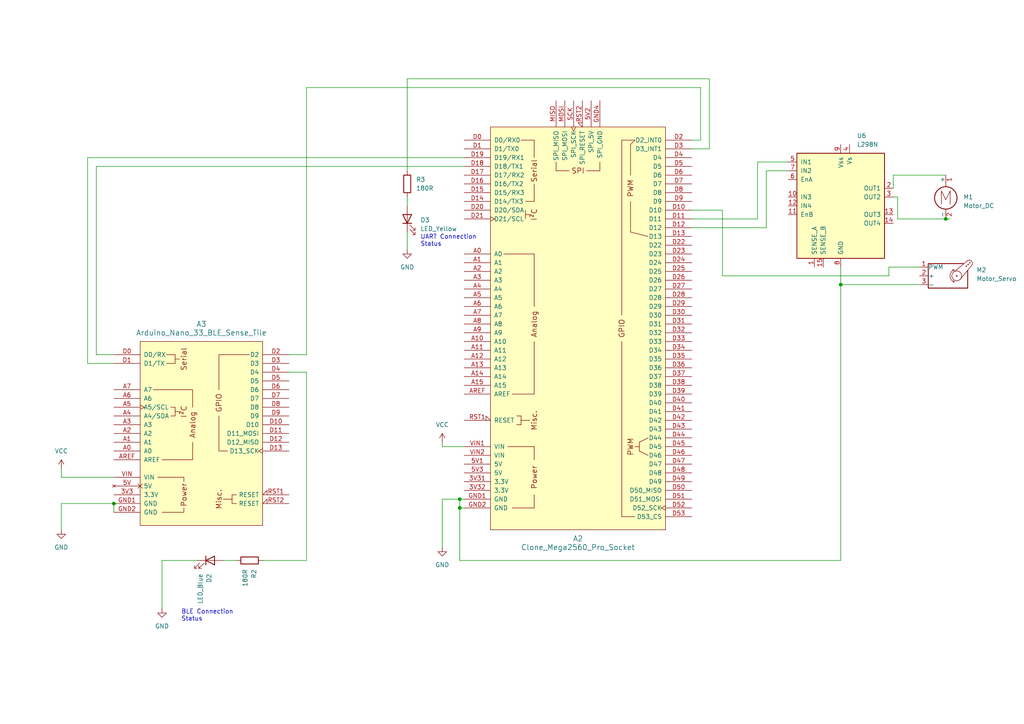
<source format=kicad_sch>
(kicad_sch (version 20250114) (generator "eeschema") (generator_version "9.0")
  (paper "A4")
  (lib_symbols
    (symbol "Device:LED" (pin_numbers (hide yes)) (pin_names (offset 1.016) (hide yes))
      (property "Reference" "D" (at 0 2.54 0))
      (property "Value" "LED" (at 0 -2.54 0))
      (symbol "LED_0_1"
        (polyline (pts (xy -3.048 -0.762) (xy -4.572 -2.286) (xy -3.81 -2.286) (xy -4.572 -2.286) (xy -4.572 -1.524)))
        (polyline (pts (xy -1.778 -0.762) (xy -3.302 -2.286) (xy -2.54 -2.286) (xy -3.302 -2.286) (xy -3.302 -1.524)))
        (polyline (pts (xy -1.27 0) (xy 1.27 0)))
        (polyline (pts (xy -1.27 -1.27) (xy -1.27 1.27)) (stroke (width 0.254)))
        (polyline (pts (xy 1.27 -1.27) (xy 1.27 1.27) (xy -1.27 0) (xy 1.27 -1.27)) (stroke (width 0.254)))
      )
      (symbol "LED_1_1"
        (pin passive line (at -3.81 0 0) (length 2.54) (name "K") (number "1"))
        (pin passive line (at 3.81 0 180) (length 2.54) (name "A") (number "2"))
      )
    )
    (symbol "Device:R" (pin_numbers (hide yes)) (pin_names (offset 0))
      (property "Reference" "R" (at 2.032 0 90))
      (property "Value" "R" (at 0 0 90))
      (symbol "R_0_1"
        (rectangle (start -1.016 -2.54) (end 1.016 2.54) (stroke (width 0.254)))
      )
      (symbol "R_1_1"
        (pin passive line (at 0 3.81 270) (length 1.27) (name "~") (number "1"))
        (pin passive line (at 0 -3.81 90) (length 1.27) (name "~") (number "2"))
      )
    )
    (symbol "Driver_Motor:L298N" (pin_names (offset 1.016))
      (property "Reference" "U" (at -10.16 16.51 0))
      (property "Value" "L298N" (at 12.7 16.51 0))
      (symbol "L298N_0_1"
        (rectangle (start -12.7 15.24) (end 12.7 -15.24) (stroke (width 0.254)) (fill (type background)))
      )
      (symbol "L298N_1_1"
        (pin input line (at -15.24 12.7 0) (length 2.54) (name "IN1") (number "5"))
        (pin input line (at -15.24 10.16 0) (length 2.54) (name "IN2") (number "7"))
        (pin input line (at -15.24 7.62 0) (length 2.54) (name "EnA") (number "6"))
        (pin input line (at -15.24 2.54 0) (length 2.54) (name "IN3") (number "10"))
        (pin input line (at -15.24 0 0) (length 2.54) (name "IN4") (number "12"))
        (pin input line (at -15.24 -2.54 0) (length 2.54) (name "EnB") (number "11"))
        (pin power_in line (at -7.62 -17.78 90) (length 2.54) (name "SENSE_A") (number "1"))
        (pin power_in line (at -5.08 -17.78 90) (length 2.54) (name "SENSE_B") (number "15"))
        (pin power_in line (at 0 17.78 270) (length 2.54) (name "Vss") (number "9"))
        (pin power_in line (at 0 -17.78 90) (length 2.54) (name "GND") (number "8"))
        (pin power_in line (at 2.54 17.78 270) (length 2.54) (name "Vs") (number "4"))
        (pin output line (at 15.24 5.08 180) (length 2.54) (name "OUT1") (number "2"))
        (pin output line (at 15.24 2.54 180) (length 2.54) (name "OUT2") (number "3"))
        (pin output line (at 15.24 -2.54 180) (length 2.54) (name "OUT3") (number "13"))
        (pin output line (at 15.24 -5.08 180) (length 2.54) (name "OUT4") (number "14"))
      )
    )
    (symbol "Motor:Motor_DC" (pin_names (offset 0))
      (property "Reference" "M" (at 2.54 2.54 0))
      (property "Value" "Motor_DC" (at 2.54 -5.08 0))
      (symbol "Motor_DC_0_0"
        (polyline (pts (xy -1.27 -3.302) (xy -1.27 0.508) (xy 0 -2.032) (xy 1.27 0.508) (xy 1.27 -3.302)))
      )
      (symbol "Motor_DC_0_1"
        (polyline (pts (xy 0 2.032) (xy 0 2.54)))
        (polyline (pts (xy 0 1.7272) (xy 0 2.0828)))
        (circle (center 0 -1.524) (radius 3.2512) (stroke (width 0.254)))
        (polyline (pts (xy 0 -4.7752) (xy 0 -5.1816)))
        (polyline (pts (xy 0 -7.62) (xy 0 -7.112)))
      )
      (symbol "Motor_DC_1_1"
        (pin passive line (at 0 5.08 270) (length 2.54) (name "+") (number "1"))
        (pin passive line (at 0 -7.62 90) (length 2.54) (name "-") (number "2"))
      )
    )
    (symbol "Motor:Motor_Servo" (pin_names (offset 0.0254))
      (property "Reference" "M" (at -5.08 4.445 0))
      (property "Value" "Motor_Servo" (at -5.08 -4.064 0))
      (symbol "Motor_Servo_0_1"
        (polyline (pts (xy 2.413 1.778) (xy 1.905 1.778)))
        (polyline (pts (xy 2.413 1.778) (xy 2.286 1.397)))
        (polyline (pts (xy 2.413 -1.778) (xy 2.032 -1.778)))
        (polyline (pts (xy 2.413 -1.778) (xy 2.286 -1.397)))
        (arc (start 2.413 -1.778) (mid 1.2406 0) (end 2.413 1.778))
        (circle (center 3.175 0) (radius 0.1778))
        (circle (center 3.175 0) (radius 1.4224))
        (polyline (pts (xy 5.08 3.556) (xy -5.08 3.556) (xy -5.08 -3.556) (xy 6.35 -3.556) (xy 6.35 1.524)) (stroke (width 0.254)))
        (circle (center 5.969 2.794) (radius 0.127))
        (polyline (pts (xy 6.35 4.445) (xy 2.54 1.27)))
        (circle (center 6.477 3.302) (radius 0.127))
        (arc (start 6.35 4.445) (mid 7.4487 4.2737) (end 7.62 3.175))
        (circle (center 6.985 3.81) (radius 0.127))
        (polyline (pts (xy 7.62 3.175) (xy 4.191 -1.016)))
      )
      (symbol "Motor_Servo_1_1"
        (pin passive line (at -7.62 2.54 0) (length 2.54) (name "PWM") (number "1"))
        (pin passive line (at -7.62 0 0) (length 2.54) (name "+") (number "2"))
        (pin passive line (at -7.62 -2.54 0) (length 2.54) (name "-") (number "3"))
      )
    )
    (symbol "arduino-library:Arduino_Nano_33_BLE_Sense_Tile" (pin_names (offset 1.016))
      (property "Reference" "A" (at 0 33.02 0))
      (property "Value" "Arduino_Nano_33_BLE_Sense_Tile" (at 0 29.21 0))
      (symbol "Arduino_Nano_33_BLE_Sense_Tile_0_0"
        (rectangle (start -17.78 26.67) (end 17.78 -26.67) (fill (type background)))
        (polyline (pts (xy -11.43 -22.86) (xy -5.08 -22.86) (xy -5.08 -21.59)))
        (polyline (pts (xy -10.16 22.86) (xy -7.62 22.86) (xy -7.62 20.32) (xy -10.16 20.32)))
        (polyline (pts (xy -8.89 7.62) (xy -7.62 7.62) (xy -7.62 5.08) (xy -8.89 5.08)))
        (polyline (pts (xy -7.62 21.59) (xy -6.35 21.59)))
        (polyline (pts (xy -7.62 6.35) (xy -6.35 6.35)))
        (polyline (pts (xy -5.08 -13.97) (xy -5.08 -12.7) (xy -12.7 -12.7)))
        (polyline (pts (xy 8.89 -19.05) (xy 6.35 -19.05)))
        (text "Serial" (at -5.08 21.59 900) (effects (font (size 1.524 1.524))))
        (text "I²C" (at -5.08 6.35 900) (effects (font (size 1.524 1.524))))
        (text "Power" (at -5.08 -17.78 900) (effects (font (size 1.524 1.524))))
        (text "Analog" (at -2.54 2.54 900) (effects (font (size 1.524 1.524))))
        (text "Misc." (at 5.08 -19.05 900) (effects (font (size 1.524 1.524))))
      )
      (symbol "Arduino_Nano_33_BLE_Sense_Tile_0_1"
        (polyline (pts (xy -13.97 12.7) (xy -2.54 12.7) (xy -2.54 7.62)))
        (polyline (pts (xy -11.43 -7.62) (xy -2.54 -7.62) (xy -2.54 -2.54)))
        (polyline (pts (xy 7.62 -5.08) (xy 5.08 -5.08) (xy 5.08 5.08)))
        (polyline (pts (xy 10.16 -17.78) (xy 8.89 -17.78) (xy 8.89 -20.32) (xy 10.16 -20.32)))
        (polyline (pts (xy 13.97 22.86) (xy 5.08 22.86) (xy 5.08 12.7)))
      )
      (symbol "Arduino_Nano_33_BLE_Sense_Tile_1_0"
        (text "GPIO" (at 5.08 8.89 900) (effects (font (size 1.524 1.524))))
      )
      (symbol "Arduino_Nano_33_BLE_Sense_Tile_1_1"
        (pin bidirectional line (at -25.4 22.86 0) (length 7.62) (name "D0/RX") (number "D0"))
        (pin bidirectional line (at -25.4 20.32 0) (length 7.62) (name "D1/TX") (number "D1"))
        (pin input line (at -25.4 12.7 0) (length 7.62) (name "A7") (number "A7"))
        (pin input line (at -25.4 10.16 0) (length 7.62) (name "A6") (number "A6"))
        (pin bidirectional clock (at -25.4 7.62 0) (length 7.62) (name "A5/SCL") (number "A5"))
        (pin bidirectional line (at -25.4 5.08 0) (length 7.62) (name "A4/SDA") (number "A4"))
        (pin bidirectional line (at -25.4 2.54 0) (length 7.62) (name "A3") (number "A3"))
        (pin bidirectional line (at -25.4 0 0) (length 7.62) (name "A2") (number "A2"))
        (pin bidirectional line (at -25.4 -2.54 0) (length 7.62) (name "A1") (number "A1"))
        (pin bidirectional line (at -25.4 -5.08 0) (length 7.62) (name "A0") (number "A0"))
        (pin input line (at -25.4 -7.62 0) (length 7.62) (name "AREF") (number "AREF"))
        (pin power_in line (at -25.4 -12.7 0) (length 7.62) (name "VIN") (number "VIN"))
        (pin no_connect non_logic (at -25.4 -15.24 0) (length 7.62) (name "5V") (number "5V"))
        (pin power_in line (at -25.4 -17.78 0) (length 7.62) (name "3.3V") (number "3V3"))
        (pin power_in line (at -25.4 -20.32 0) (length 7.62) (name "GND") (number "GND1"))
        (pin power_in line (at -25.4 -22.86 0) (length 7.62) (name "GND") (number "GND2"))
        (pin bidirectional line (at 25.4 22.86 180) (length 7.62) (name "D2") (number "D2"))
        (pin bidirectional line (at 25.4 20.32 180) (length 7.62) (name "D3") (number "D3"))
        (pin bidirectional line (at 25.4 17.78 180) (length 7.62) (name "D4") (number "D4"))
        (pin bidirectional line (at 25.4 15.24 180) (length 7.62) (name "D5") (number "D5"))
        (pin bidirectional line (at 25.4 12.7 180) (length 7.62) (name "D6") (number "D6"))
        (pin bidirectional line (at 25.4 10.16 180) (length 7.62) (name "D7") (number "D7"))
        (pin bidirectional line (at 25.4 7.62 180) (length 7.62) (name "D8") (number "D8"))
        (pin bidirectional line (at 25.4 5.08 180) (length 7.62) (name "D9") (number "D9"))
        (pin bidirectional line (at 25.4 2.54 180) (length 7.62) (name "D10") (number "D10"))
        (pin bidirectional line (at 25.4 0 180) (length 7.62) (name "D11_MOSI") (number "D11"))
        (pin bidirectional line (at 25.4 -2.54 180) (length 7.62) (name "D12_MISO") (number "D12"))
        (pin bidirectional clock (at 25.4 -5.08 180) (length 7.62) (name "D13_SCK") (number "D13"))
        (pin open_collector input_low (at 25.4 -17.78 180) (length 7.62) (name "RESET") (number "RST1"))
        (pin open_collector input_low (at 25.4 -20.32 180) (length 7.62) (name "RESET") (number "RST2"))
      )
    )
    (symbol "arduino-library:Clone_Mega2560_Pro_Socket" (pin_names (offset 1.016))
      (property "Reference" "A" (at 0 -62.23 0))
      (property "Value" "Clone_Mega2560_Pro_Socket" (at 0 -66.04 0))
      (symbol "Clone_Mega2560_Pro_Socket_0_0"
        (rectangle (start -25.4 -58.42) (end 25.4 58.42) (fill (type background)))
        (polyline (pts (xy -21.59 21.59) (xy -12.7 21.59)))
        (rectangle (start -20.32 -34.29) (end -12.7 -34.29))
        (rectangle (start -19.05 -19.05) (end -12.7 -19.05))
        (rectangle (start -19.05 -52.07) (end -12.7 -52.07))
        (rectangle (start -17.78 -25.4) (end -16.51 -25.4))
        (rectangle (start -17.78 -27.94) (end -16.51 -27.94))
        (rectangle (start -16.51 54.61) (end -12.7 54.61))
        (rectangle (start -16.51 -25.4) (end -16.51 -27.94))
        (rectangle (start -16.51 -26.67) (end -13.97 -26.67))
        (rectangle (start -15.24 36.83) (end -12.7 36.83))
        (rectangle (start -15.24 34.29) (end -15.24 31.75))
        (rectangle (start -15.24 33.02) (end -13.97 33.02))
        (rectangle (start -12.7 49.53) (end -12.7 54.61))
        (rectangle (start -12.7 41.91) (end -12.7 36.83))
        (polyline (pts (xy -12.7 6.35) (xy -12.7 21.59)))
        (polyline (pts (xy -12.7 -19.05) (xy -12.7 -3.81)))
        (rectangle (start -12.7 -34.29) (end -12.7 -38.1))
        (rectangle (start -12.7 -48.26) (end -12.7 -52.07))
        (rectangle (start -6.35 48.26) (end -6.35 45.72))
        (rectangle (start -2.54 45.72) (end -6.35 45.72))
        (rectangle (start 6.35 48.26) (end 6.35 45.72))
        (rectangle (start 6.35 45.72) (end 2.54 45.72))
        (polyline (pts (xy 12.7 54.61) (xy 16.51 54.61)))
        (polyline (pts (xy 12.7 -54.61) (xy 16.51 -54.61)))
        (polyline (pts (xy 15.24 44.45) (xy 15.24 53.34) (xy 16.51 54.61)))
        (polyline (pts (xy 15.24 36.83) (xy 15.24 27.94) (xy 20.32 26.67)))
        (polyline (pts (xy 17.78 -34.29) (xy 16.51 -34.29)))
        (polyline (pts (xy 20.32 -31.75) (xy 17.78 -33.02) (xy 17.78 -35.56) (xy 20.32 -36.83)))
        (text "Serial" (at -12.7 45.72 900) (effects (font (size 1.524 1.524))))
        (text "I²C" (at -12.7 33.02 900) (effects (font (size 1.524 1.524))))
        (text "Analog" (at -12.7 1.27 900) (effects (font (size 1.524 1.524))))
        (text "Misc." (at -12.7 -26.67 900) (effects (font (size 1.524 1.524))))
        (text "Power" (at -12.7 -43.18 900) (effects (font (size 1.524 1.524))))
        (text "SPI" (at 0 45.72 0) (effects (font (size 1.524 1.524))))
        (text "PWM" (at 15.24 40.64 900) (effects (font (size 1.524 1.524))))
        (text "PWM" (at 15.24 -34.29 900) (effects (font (size 1.524 1.524))))
      )
      (symbol "Clone_Mega2560_Pro_Socket_1_0"
        (rectangle (start 12.7 54.61) (end 12.7 3.81))
        (rectangle (start 12.7 -54.61) (end 12.7 -3.81))
        (text "GPIO" (at 12.7 0 900) (effects (font (size 1.524 1.524))))
      )
      (symbol "Clone_Mega2560_Pro_Socket_1_1"
        (pin bidirectional line (at -33.02 54.61 0) (length 7.62) (name "D0/RX0") (number "D0"))
        (pin bidirectional line (at -33.02 52.07 0) (length 7.62) (name "D1/TX0") (number "D1"))
        (pin bidirectional line (at -33.02 49.53 0) (length 7.62) (name "D19/RX1") (number "D19"))
        (pin bidirectional line (at -33.02 46.99 0) (length 7.62) (name "D18/TX1") (number "D18"))
        (pin bidirectional line (at -33.02 44.45 0) (length 7.62) (name "D17/RX2") (number "D17"))
        (pin bidirectional line (at -33.02 41.91 0) (length 7.62) (name "D16/TX2") (number "D16"))
        (pin bidirectional line (at -33.02 39.37 0) (length 7.62) (name "D15/RX3") (number "D15"))
        (pin bidirectional line (at -33.02 36.83 0) (length 7.62) (name "D14/TX3") (number "D14"))
        (pin bidirectional line (at -33.02 34.29 0) (length 7.62) (name "D20/SDA") (number "D20"))
        (pin bidirectional clock (at -33.02 31.75 0) (length 7.62) (name "D21/SCL") (number "D21"))
        (pin bidirectional line (at -33.02 21.59 0) (length 7.62) (name "A0") (number "A0"))
        (pin bidirectional line (at -33.02 19.05 0) (length 7.62) (name "A1") (number "A1"))
        (pin bidirectional line (at -33.02 16.51 0) (length 7.62) (name "A2") (number "A2"))
        (pin bidirectional line (at -33.02 13.97 0) (length 7.62) (name "A3") (number "A3"))
        (pin bidirectional line (at -33.02 11.43 0) (length 7.62) (name "A4") (number "A4"))
        (pin bidirectional line (at -33.02 8.89 0) (length 7.62) (name "A5") (number "A5"))
        (pin bidirectional line (at -33.02 6.35 0) (length 7.62) (name "A6") (number "A6"))
        (pin bidirectional line (at -33.02 3.81 0) (length 7.62) (name "A7") (number "A7"))
        (pin bidirectional line (at -33.02 1.27 0) (length 7.62) (name "A8") (number "A8"))
        (pin bidirectional line (at -33.02 -1.27 0) (length 7.62) (name "A9") (number "A9"))
        (pin bidirectional line (at -33.02 -3.81 0) (length 7.62) (name "A10") (number "A10"))
        (pin bidirectional line (at -33.02 -6.35 0) (length 7.62) (name "A11") (number "A11"))
        (pin bidirectional line (at -33.02 -8.89 0) (length 7.62) (name "A12") (number "A12"))
        (pin bidirectional line (at -33.02 -11.43 0) (length 7.62) (name "A13") (number "A13"))
        (pin bidirectional line (at -33.02 -13.97 0) (length 7.62) (name "A14") (number "A14"))
        (pin bidirectional line (at -33.02 -16.51 0) (length 7.62) (name "A15") (number "A15"))
        (pin input line (at -33.02 -19.05 0) (length 7.62) (name "AREF") (number "AREF"))
        (pin open_collector input_low (at -33.02 -26.67 0) (length 7.62) (name "RESET") (number "RST1"))
        (pin power_in line (at -33.02 -34.29 0) (length 7.62) (name "VIN") (number "VIN1"))
        (pin power_in line (at -33.02 -36.83 0) (length 7.62) (name "VIN") (number "VIN2"))
        (pin power_in line (at -33.02 -39.37 0) (length 7.62) (name "5V") (number "5V1"))
        (pin power_in line (at -33.02 -41.91 0) (length 7.62) (name "5V") (number "5V3"))
        (pin power_out line (at -33.02 -44.45 0) (length 7.62) (name "3.3V") (number "3V31"))
        (pin power_out line (at -33.02 -46.99 0) (length 7.62) (name "3.3V") (number "3V32"))
        (pin power_in line (at -33.02 -49.53 0) (length 7.62) (name "GND") (number "GND1"))
        (pin power_in line (at -33.02 -52.07 0) (length 7.62) (name "GND") (number "GND2"))
        (pin input line (at -6.35 66.04 270) (length 7.62) (name "SPI_MISO") (number "MISO"))
        (pin output line (at -3.81 66.04 270) (length 7.62) (name "SPI_MOSI") (number "MOSI"))
        (pin output clock (at -1.27 66.04 270) (length 7.62) (name "SPI_SCK") (number "SCK"))
        (pin open_collector input_low (at 1.27 66.04 270) (length 7.62) (name "SPI_RESET") (number "RST2"))
        (pin power_in line (at 3.81 66.04 270) (length 7.62) (name "SPI_5V") (number "5V2"))
        (pin power_in line (at 6.35 66.04 270) (length 7.62) (name "SPI_GND") (number "GND4"))
        (pin bidirectional line (at 33.02 54.61 180) (length 7.62) (name "D2_INT0") (number "D2"))
        (pin bidirectional line (at 33.02 52.07 180) (length 7.62) (name "D3_INT1") (number "D3"))
        (pin bidirectional line (at 33.02 49.53 180) (length 7.62) (name "D4") (number "D4"))
        (pin bidirectional line (at 33.02 46.99 180) (length 7.62) (name "D5") (number "D5"))
        (pin bidirectional line (at 33.02 44.45 180) (length 7.62) (name "D6") (number "D6"))
        (pin bidirectional line (at 33.02 41.91 180) (length 7.62) (name "D7") (number "D7"))
        (pin bidirectional line (at 33.02 39.37 180) (length 7.62) (name "D8") (number "D8"))
        (pin bidirectional line (at 33.02 36.83 180) (length 7.62) (name "D9") (number "D9"))
        (pin bidirectional line (at 33.02 34.29 180) (length 7.62) (name "D10") (number "D10"))
        (pin bidirectional line (at 33.02 31.75 180) (length 7.62) (name "D11") (number "D11"))
        (pin bidirectional line (at 33.02 29.21 180) (length 7.62) (name "D12") (number "D12"))
        (pin bidirectional line (at 33.02 26.67 180) (length 7.62) (name "D13") (number "D13"))
        (pin bidirectional line (at 33.02 24.13 180) (length 7.62) (name "D22") (number "D22"))
        (pin bidirectional line (at 33.02 21.59 180) (length 7.62) (name "D23") (number "D23"))
        (pin bidirectional line (at 33.02 19.05 180) (length 7.62) (name "D24") (number "D24"))
        (pin bidirectional line (at 33.02 16.51 180) (length 7.62) (name "D25") (number "D25"))
        (pin bidirectional line (at 33.02 13.97 180) (length 7.62) (name "D26") (number "D26"))
        (pin bidirectional line (at 33.02 11.43 180) (length 7.62) (name "D27") (number "D27"))
        (pin bidirectional line (at 33.02 8.89 180) (length 7.62) (name "D28") (number "D28"))
        (pin bidirectional line (at 33.02 6.35 180) (length 7.62) (name "D29") (number "D29"))
        (pin bidirectional line (at 33.02 3.81 180) (length 7.62) (name "D30") (number "D30"))
        (pin bidirectional line (at 33.02 1.27 180) (length 7.62) (name "D31") (number "D31"))
        (pin bidirectional line (at 33.02 -1.27 180) (length 7.62) (name "D32") (number "D32"))
        (pin bidirectional line (at 33.02 -3.81 180) (length 7.62) (name "D33") (number "D33"))
        (pin bidirectional line (at 33.02 -6.35 180) (length 7.62) (name "D34") (number "D34"))
        (pin bidirectional line (at 33.02 -8.89 180) (length 7.62) (name "D35") (number "D35"))
        (pin bidirectional line (at 33.02 -11.43 180) (length 7.62) (name "D36") (number "D36"))
        (pin bidirectional line (at 33.02 -13.97 180) (length 7.62) (name "D37") (number "D37"))
        (pin bidirectional line (at 33.02 -16.51 180) (length 7.62) (name "D38") (number "D38"))
        (pin bidirectional line (at 33.02 -19.05 180) (length 7.62) (name "D39") (number "D39"))
        (pin bidirectional line (at 33.02 -21.59 180) (length 7.62) (name "D40") (number "D40"))
        (pin bidirectional line (at 33.02 -24.13 180) (length 7.62) (name "D41") (number "D41"))
        (pin bidirectional line (at 33.02 -26.67 180) (length 7.62) (name "D42") (number "D42"))
        (pin bidirectional line (at 33.02 -29.21 180) (length 7.62) (name "D43") (number "D43"))
        (pin bidirectional line (at 33.02 -31.75 180) (length 7.62) (name "D44") (number "D44"))
        (pin bidirectional line (at 33.02 -34.29 180) (length 7.62) (name "D45") (number "D45"))
        (pin bidirectional line (at 33.02 -36.83 180) (length 7.62) (name "D46") (number "D46"))
        (pin bidirectional line (at 33.02 -39.37 180) (length 7.62) (name "D47") (number "D47"))
        (pin bidirectional line (at 33.02 -41.91 180) (length 7.62) (name "D48") (number "D48"))
        (pin bidirectional line (at 33.02 -44.45 180) (length 7.62) (name "D49") (number "D49"))
        (pin bidirectional line (at 33.02 -46.99 180) (length 7.62) (name "D50_MISO") (number "D50"))
        (pin bidirectional line (at 33.02 -49.53 180) (length 7.62) (name "D51_MOSI") (number "D51"))
        (pin bidirectional clock (at 33.02 -52.07 180) (length 7.62) (name "D52_SCK") (number "D52"))
        (pin bidirectional line (at 33.02 -54.61 180) (length 7.62) (name "D53_CS") (number "D53"))
      )
    )
    (symbol "power:GND" (power) (pin_numbers (hide yes)) (pin_names (offset 0) (hide yes))
      (property "Value" "GND" (at 0 -3.81 0))
      (symbol "GND_0_1"
        (polyline (pts (xy 0 0) (xy 0 -1.27) (xy 1.27 -1.27) (xy 0 -2.54) (xy -1.27 -1.27) (xy 0 -1.27)))
      )
      (symbol "GND_1_1"
        (pin power_in line (at 0 0 270) (length 0) (name "~") (number "1"))
      )
    )
    (symbol "power:VCC" (power) (pin_numbers (hide yes)) (pin_names (offset 0) (hide yes))
      (property "Value" "VCC" (at 0 3.556 0))
      (symbol "VCC_0_1"
        (polyline (pts (xy -0.762 1.27) (xy 0 2.54)))
        (polyline (pts (xy 0 2.54) (xy 0.762 1.27)))
        (polyline (pts (xy 0 0) (xy 0 2.54)))
      )
      (symbol "VCC_1_1"
        (pin power_in line (at 0 0 90) (length 0) (name "~") (number "1"))
      )
    )
  )
  (text "BLE Connection\nStatus" (at 52.578 178.562 0) (effects (font (size 1.27 1.27)) (justify left)))
  (text "UART Connection\nStatus" (at 121.92 69.85 0) (effects (font (size 1.27 1.27)) (justify left)))
  (junction (at 133.35 144.78))
  (junction (at 133.35 147.32))
  (junction (at 243.84 82.55))
  (junction (at 274.32 63.5))
  (junction (at 33.02 146.05))
  (wire (pts (xy 17.78 153.67) (xy 17.78 146.05)))
  (wire (pts (xy 88.9 162.56) (xy 88.9 107.95)))
  (wire (pts (xy 133.35 147.32) (xy 133.35 144.78)))
  (wire (pts (xy 205.74 43.18) (xy 200.66 43.18)))
  (wire (pts (xy 133.35 147.32) (xy 133.35 162.56)))
  (wire (pts (xy 128.27 144.78) (xy 128.27 158.75)))
  (wire (pts (xy 205.74 22.86) (xy 205.74 43.18)))
  (wire (pts (xy 33.02 102.87) (xy 27.94 102.87)))
  (wire (pts (xy 200.66 40.64) (xy 203.2 40.64)))
  (wire (pts (xy 128.27 144.78) (xy 133.35 144.78)))
  (wire (pts (xy 46.99 162.56) (xy 57.15 162.56)))
  (wire (pts (xy 275.59 63.5) (xy 274.32 63.5)))
  (wire (pts (xy 68.58 162.56) (xy 64.77 162.56)))
  (wire (pts (xy 209.55 80.01) (xy 209.55 60.96)))
  (wire (pts (xy 222.25 49.53) (xy 222.25 66.04)))
  (wire (pts (xy 203.2 25.4) (xy 88.9 25.4)))
  (wire (pts (xy 118.11 22.86) (xy 205.74 22.86)))
  (wire (pts (xy 243.84 82.55) (xy 243.84 162.56)))
  (wire (pts (xy 243.84 77.47) (xy 243.84 82.55)))
  (wire (pts (xy 200.66 63.5) (xy 219.71 63.5)))
  (wire (pts (xy 274.32 50.8) (xy 259.08 50.8)))
  (wire (pts (xy 27.94 48.26) (xy 134.62 48.26)))
  (wire (pts (xy 200.66 66.04) (xy 222.25 66.04)))
  (wire (pts (xy 17.78 146.05) (xy 33.02 146.05)))
  (wire (pts (xy 260.35 63.5) (xy 260.35 57.15)))
  (wire (pts (xy 17.78 135.89) (xy 17.78 138.43)))
  (wire (pts (xy 76.2 162.56) (xy 88.9 162.56)))
  (wire (pts (xy 243.84 162.56) (xy 133.35 162.56)))
  (wire (pts (xy 200.66 60.96) (xy 209.55 60.96)))
  (wire (pts (xy 259.08 50.8) (xy 259.08 54.61)))
  (wire (pts (xy 134.62 147.32) (xy 133.35 147.32)))
  (wire (pts (xy 88.9 107.95) (xy 83.82 107.95)))
  (wire (pts (xy 228.6 49.53) (xy 222.25 49.53)))
  (wire (pts (xy 257.81 77.47) (xy 257.81 80.01)))
  (wire (pts (xy 88.9 25.4) (xy 88.9 102.87)))
  (wire (pts (xy 83.82 102.87) (xy 88.9 102.87)))
  (wire (pts (xy 219.71 46.99) (xy 228.6 46.99)))
  (wire (pts (xy 128.27 128.27) (xy 128.27 129.54)))
  (wire (pts (xy 118.11 67.31) (xy 118.11 72.39)))
  (wire (pts (xy 219.71 63.5) (xy 219.71 46.99)))
  (wire (pts (xy 25.4 45.72) (xy 25.4 105.41)))
  (wire (pts (xy 118.11 22.86) (xy 118.11 49.53)))
  (wire (pts (xy 118.11 57.15) (xy 118.11 59.69)))
  (wire (pts (xy 27.94 102.87) (xy 27.94 48.26)))
  (wire (pts (xy 203.2 40.64) (xy 203.2 25.4)))
  (wire (pts (xy 134.62 45.72) (xy 25.4 45.72)))
  (wire (pts (xy 25.4 105.41) (xy 33.02 105.41)))
  (wire (pts (xy 243.84 82.55) (xy 266.7 82.55)))
  (wire (pts (xy 46.99 176.53) (xy 46.99 162.56)))
  (wire (pts (xy 17.78 138.43) (xy 33.02 138.43)))
  (wire (pts (xy 266.7 77.47) (xy 257.81 77.47)))
  (wire (pts (xy 134.62 144.78) (xy 133.35 144.78)))
  (wire (pts (xy 33.02 146.05) (xy 33.02 148.59)))
  (wire (pts (xy 128.27 129.54) (xy 134.62 129.54)))
  (wire (pts (xy 260.35 57.15) (xy 259.08 57.15)))
  (wire (pts (xy 274.32 63.5) (xy 260.35 63.5)))
  (wire (pts (xy 257.81 80.01) (xy 209.55 80.01)))
  (symbol (lib_id "Device:LED") (at 118.11 63.5 90) (unit 1)
    (property "Reference" "D3" (at 121.92 63.8174 90) (effects (justify right)))
    (property "Value" "LED_Yellow" (at 121.92 66.3574 90) (effects (justify right)))
    (property "Description" "Light emitting diode" (effects (hide yes)))
    (property "Sim.Pins" "1=K 2=A" (effects (hide yes)))
  )
  (symbol (lib_id "power:GND") (at 46.99 176.53 0) (unit 1)
    (property "Reference" "#PWR014" (effects (hide yes)))
    (property "Value" "GND" (at 46.99 181.61 0))
    (property "Description" "Power symbol creates a global label with name \"GND\" , ground" (effects (hide yes)))
  )
  (symbol (lib_id "power:GND") (at 118.11 72.39 0) (unit 1)
    (property "Reference" "#PWR015" (effects (hide yes)))
    (property "Value" "GND" (at 118.11 77.47 0))
    (property "Description" "Power symbol creates a global label with name \"GND\" , ground" (effects (hide yes)))
  )
  (symbol (lib_id "arduino-library:Arduino_Nano_33_BLE_Sense_Tile") (at 58.42 125.73 0) (unit 1)
    (property "Reference" "A3" (at 58.42 93.98 0) (effects (font (size 1.524 1.524))))
    (property "Value" "Arduino_Nano_33_BLE_Sense_Tile" (at 58.42 96.52 0) (effects (font (size 1.524 1.524))))
    (property "Footprint" "PCM_arduino-library:Arduino_Nano_Every_Tile" (effects (hide yes)))
    (property "Datasheet" "https://docs.arduino.cc/hardware/nano-33-ble-sense" (effects (hide yes)))
    (property "Description" "Tile (SMD Pads) for Arduino Nano 33 BLE Sense [R1]" (effects (hide yes)))
  )
  (symbol (lib_id "Device:R") (at 118.11 53.34 0) (unit 1)
    (property "Reference" "R3" (at 120.65 52.0699 0) (effects (justify left)))
    (property "Value" "180R" (at 120.65 54.6099 0) (effects (justify left)))
    (property "Description" "Resistor" (effects (hide yes)))
  )
  (symbol (lib_id "arduino-library:Clone_Mega2560_Pro_Socket") (at 167.64 95.25 0) (unit 1)
    (property "Reference" "A2" (at 167.64 156.21 0) (effects (font (size 1.524 1.524))))
    (property "Value" "Clone_Mega2560_Pro_Socket" (at 167.64 158.75 0) (effects (font (size 1.524 1.524))))
    (property "Footprint" "PCM_arduino-library:Clone_Mega2560_Pro_Socket" (effects (hide yes)))
    (property "Datasheet" "https://www.pcboard.ca/mega-2560-pro" (effects (hide yes)))
    (property "Description" "Socket for Common Unofficial Mega2560 Pro Clone" (effects (hide yes)))
  )
  (symbol (lib_id "power:GND") (at 17.78 153.67 0) (unit 1)
    (property "Reference" "#PWR011" (effects (hide yes)))
    (property "Value" "GND" (at 17.78 158.75 0))
    (property "Description" "Power symbol creates a global label with name \"GND\" , ground" (effects (hide yes)))
  )
  (symbol (lib_id "power:GND") (at 128.27 158.75 0) (unit 1)
    (property "Reference" "#PWR010" (effects (hide yes)))
    (property "Value" "GND" (at 128.27 163.83 0))
    (property "Description" "Power symbol creates a global label with name \"GND\" , ground" (effects (hide yes)))
  )
  (symbol (lib_id "Device:LED") (at 60.96 162.56 0) (unit 1)
    (property "Reference" "D2" (at 60.6426 166.37 90) (effects (justify right)))
    (property "Value" "LED_Blue" (at 58.1026 166.37 90) (effects (justify right)))
    (property "Description" "Light emitting diode" (effects (hide yes)))
    (property "Sim.Pins" "1=K 2=A" (effects (hide yes)))
  )
  (symbol (lib_id "Motor:Motor_Servo") (at 274.32 80.01 0) (unit 1)
    (property "Reference" "M2" (at 283.21 78.3068 0) (effects (justify left)))
    (property "Value" "Motor_Servo" (at 283.21 80.8468 0) (effects (justify left)))
    (property "Datasheet" "http://forums.parallax.com/uploads/attachments/46831/74481.png" (effects (hide yes)))
    (property "Description" "Servo Motor (Futaba, HiTec, JR connector)" (effects (hide yes)))
  )
  (symbol (lib_id "Driver_Motor:L298N") (at 243.84 59.69 0) (unit 1)
    (property "Reference" "U6" (at 248.5233 39.37 0) (effects (justify left)))
    (property "Value" "L298N" (at 248.5233 41.91 0) (effects (justify left)))
    (property "Footprint" "Package_TO_SOT_THT:TO-220-15_P2.54x2.54mm_StaggerOdd_Lead4.58mm_Vertical" (effects (hide yes)))
    (property "Datasheet" "http://www.st.com/st-web-ui/static/active/en/resource/technical/document/datasheet/CD00000240.pdf" (effects (hide yes)))
    (property "Description" "Dual full bridge motor driver, up to 46V, 4A, Multiwatt15-V" (effects (hide yes)))
  )
  (symbol (lib_id "Motor:Motor_DC") (at 274.32 55.88 0) (unit 1)
    (property "Reference" "M1" (at 279.4 57.1499 0) (effects (justify left)))
    (property "Value" "Motor_DC" (at 279.4 59.6899 0) (effects (justify left)))
    (property "Description" "DC Motor" (effects (hide yes)))
  )
  (symbol (lib_id "power:VCC") (at 128.27 128.27 0) (unit 1)
    (property "Reference" "#PWR013" (effects (hide yes)))
    (property "Value" "VCC" (at 128.27 123.19 0))
    (property "Description" "Power symbol creates a global label with name \"VCC\"" (effects (hide yes)))
  )
  (symbol (lib_id "power:VCC") (at 17.78 135.89 0) (unit 1)
    (property "Reference" "#PWR012" (effects (hide yes)))
    (property "Value" "VCC" (at 17.78 130.81 0))
    (property "Description" "Power symbol creates a global label with name \"VCC\"" (effects (hide yes)))
  )
  (symbol (lib_id "Device:R") (at 72.39 162.56 270) (unit 1)
    (property "Reference" "R2" (at 73.6601 165.1 0) (effects (justify left)))
    (property "Value" "180R" (at 71.1201 165.1 0) (effects (justify left)))
    (property "Description" "Resistor" (effects (hide yes)))
  )
)
</source>
